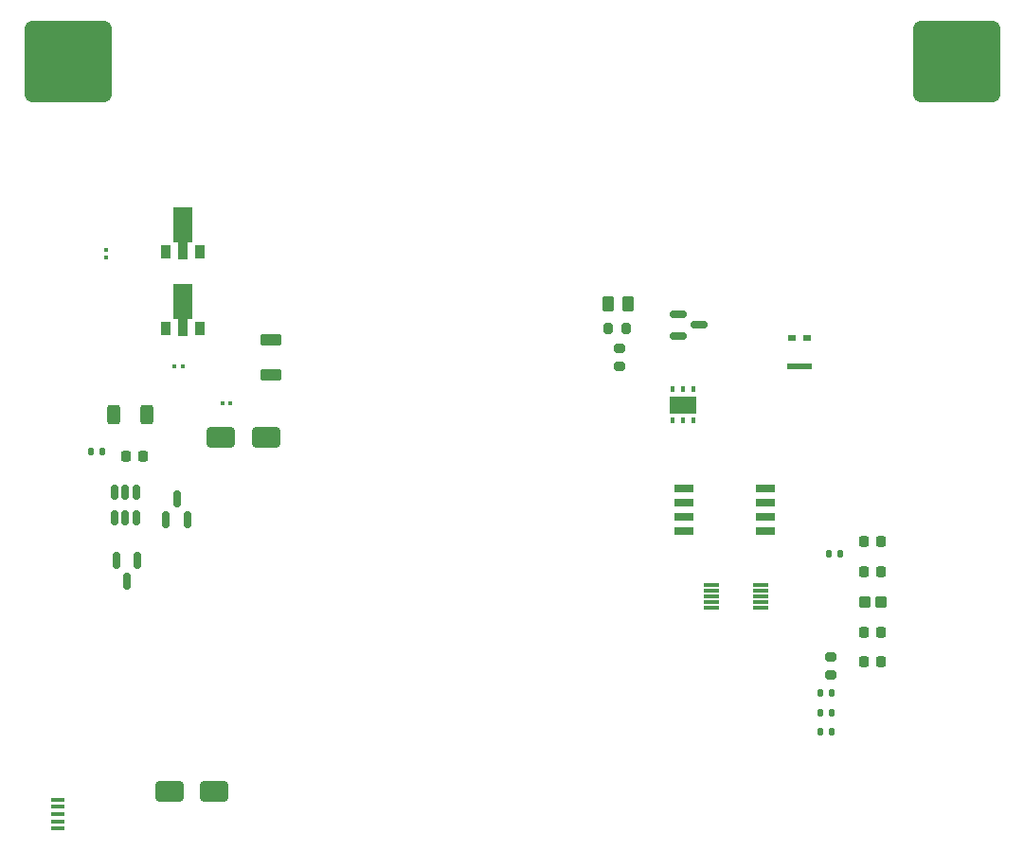
<source format=gbr>
%TF.GenerationSoftware,KiCad,Pcbnew,(7.0.0)*%
%TF.CreationDate,2023-04-14T19:10:38+02:00*%
%TF.ProjectId,Project.kicad_sch,50726f6a-6563-4742-9e6b-696361645f73,rev?*%
%TF.SameCoordinates,Original*%
%TF.FileFunction,Paste,Top*%
%TF.FilePolarity,Positive*%
%FSLAX46Y46*%
G04 Gerber Fmt 4.6, Leading zero omitted, Abs format (unit mm)*
G04 Created by KiCad (PCBNEW (7.0.0)) date 2023-04-14 19:10:38*
%MOMM*%
%LPD*%
G01*
G04 APERTURE LIST*
G04 Aperture macros list*
%AMRoundRect*
0 Rectangle with rounded corners*
0 $1 Rounding radius*
0 $2 $3 $4 $5 $6 $7 $8 $9 X,Y pos of 4 corners*
0 Add a 4 corners polygon primitive as box body*
4,1,4,$2,$3,$4,$5,$6,$7,$8,$9,$2,$3,0*
0 Add four circle primitives for the rounded corners*
1,1,$1+$1,$2,$3*
1,1,$1+$1,$4,$5*
1,1,$1+$1,$6,$7*
1,1,$1+$1,$8,$9*
0 Add four rect primitives between the rounded corners*
20,1,$1+$1,$2,$3,$4,$5,0*
20,1,$1+$1,$4,$5,$6,$7,0*
20,1,$1+$1,$6,$7,$8,$9,0*
20,1,$1+$1,$8,$9,$2,$3,0*%
%AMFreePoly0*
4,1,9,3.862500,-0.866500,0.737500,-0.866500,0.737500,-0.450000,-0.737500,-0.450000,-0.737500,0.450000,0.737500,0.450000,0.737500,0.866500,3.862500,0.866500,3.862500,-0.866500,3.862500,-0.866500,$1*%
G04 Aperture macros list end*
%ADD10RoundRect,0.079500X0.079500X0.100500X-0.079500X0.100500X-0.079500X-0.100500X0.079500X-0.100500X0*%
%ADD11RoundRect,0.150000X-0.587500X-0.150000X0.587500X-0.150000X0.587500X0.150000X-0.587500X0.150000X0*%
%ADD12RoundRect,0.150000X0.150000X-0.512500X0.150000X0.512500X-0.150000X0.512500X-0.150000X-0.512500X0*%
%ADD13RoundRect,0.079500X-0.100500X0.079500X-0.100500X-0.079500X0.100500X-0.079500X0.100500X0.079500X0*%
%ADD14RoundRect,0.135000X0.135000X0.185000X-0.135000X0.185000X-0.135000X-0.185000X0.135000X-0.185000X0*%
%ADD15RoundRect,0.225000X-0.225000X-0.250000X0.225000X-0.250000X0.225000X0.250000X-0.225000X0.250000X0*%
%ADD16RoundRect,0.250000X0.312500X0.625000X-0.312500X0.625000X-0.312500X-0.625000X0.312500X-0.625000X0*%
%ADD17RoundRect,0.200000X-0.200000X-0.275000X0.200000X-0.275000X0.200000X0.275000X-0.200000X0.275000X0*%
%ADD18R,1.250000X0.400000*%
%ADD19RoundRect,0.135000X-0.135000X-0.185000X0.135000X-0.185000X0.135000X0.185000X-0.135000X0.185000X0*%
%ADD20RoundRect,0.250000X1.000000X0.650000X-1.000000X0.650000X-1.000000X-0.650000X1.000000X-0.650000X0*%
%ADD21RoundRect,0.735000X-3.150000X-2.940000X3.150000X-2.940000X3.150000X2.940000X-3.150000X2.940000X0*%
%ADD22R,0.900000X1.300000*%
%ADD23FreePoly0,90.000000*%
%ADD24RoundRect,0.150000X-0.150000X0.587500X-0.150000X-0.587500X0.150000X-0.587500X0.150000X0.587500X0*%
%ADD25RoundRect,0.150000X0.150000X-0.587500X0.150000X0.587500X-0.150000X0.587500X-0.150000X-0.587500X0*%
%ADD26R,1.700000X0.650000*%
%ADD27RoundRect,0.200000X0.275000X-0.200000X0.275000X0.200000X-0.275000X0.200000X-0.275000X-0.200000X0*%
%ADD28RoundRect,0.250000X-0.287500X-0.275000X0.287500X-0.275000X0.287500X0.275000X-0.287500X0.275000X0*%
%ADD29R,0.675000X0.575000*%
%ADD30R,0.710000X0.575000*%
%ADD31R,2.225000X0.550000*%
%ADD32R,0.400000X0.600000*%
%ADD33R,2.400000X1.500000*%
%ADD34RoundRect,0.250000X-0.700000X0.275000X-0.700000X-0.275000X0.700000X-0.275000X0.700000X0.275000X0*%
%ADD35RoundRect,0.250000X-0.262500X-0.450000X0.262500X-0.450000X0.262500X0.450000X-0.262500X0.450000X0*%
%ADD36R,1.400000X0.300000*%
G04 APERTURE END LIST*
D10*
%TO.C,C3*%
X115545000Y-90200000D03*
X114855000Y-90200000D03*
%TD*%
D11*
%TO.C,Q2*%
X159875000Y-85550000D03*
X159875000Y-87450000D03*
X161750000Y-86500000D03*
%TD*%
D12*
%TO.C,U2*%
X109500000Y-103737500D03*
X110450000Y-103737500D03*
X111400000Y-103737500D03*
X111400000Y-101462500D03*
X110450000Y-101462500D03*
X109500000Y-101462500D03*
%TD*%
D13*
%TO.C,C4*%
X108712000Y-79800000D03*
X108712000Y-80490000D03*
%TD*%
D14*
%TO.C,R7*%
X173620000Y-122900000D03*
X172600000Y-122900000D03*
%TD*%
D15*
%TO.C,C5*%
X176467500Y-105872000D03*
X178017500Y-105872000D03*
%TD*%
D16*
%TO.C,R1*%
X112345500Y-94500000D03*
X109420500Y-94500000D03*
%TD*%
D17*
%TO.C,R4*%
X153575000Y-86800000D03*
X155225000Y-86800000D03*
%TD*%
D18*
%TO.C,J1*%
X104384999Y-128924999D03*
X104384999Y-129574999D03*
X104384999Y-130224999D03*
X104384999Y-130874999D03*
X104384999Y-131524999D03*
%TD*%
D15*
%TO.C,C9*%
X176467500Y-116632000D03*
X178017500Y-116632000D03*
%TD*%
%TO.C,C6*%
X176467500Y-108562000D03*
X178017500Y-108562000D03*
%TD*%
D14*
%TO.C,R9*%
X173620000Y-119400000D03*
X172600000Y-119400000D03*
%TD*%
D19*
%TO.C,R2*%
X107400000Y-97800000D03*
X108420000Y-97800000D03*
%TD*%
D15*
%TO.C,C1*%
X110502500Y-98216000D03*
X112052500Y-98216000D03*
%TD*%
D20*
%TO.C,D2*%
X123000000Y-96500000D03*
X119000000Y-96500000D03*
%TD*%
D21*
%TO.C,BT1*%
X184759000Y-62934000D03*
X105309000Y-62934000D03*
%TD*%
D22*
%TO.C,U3*%
X114069999Y-86785999D03*
D23*
X115570000Y-86698500D03*
D22*
X117069999Y-86785999D03*
%TD*%
D20*
%TO.C,D1*%
X118400000Y-128200000D03*
X114400000Y-128200000D03*
%TD*%
D24*
%TO.C,Q3*%
X111556000Y-107548000D03*
X109656000Y-107548000D03*
X110606000Y-109423000D03*
%TD*%
D25*
%TO.C,Q1*%
X114088000Y-103901000D03*
X115988000Y-103901000D03*
X115038000Y-102026000D03*
%TD*%
D26*
%TO.C,U6*%
X160349999Y-101094999D03*
X160349999Y-102364999D03*
X160349999Y-103634999D03*
X160349999Y-104904999D03*
X167649999Y-104904999D03*
X167649999Y-103634999D03*
X167649999Y-102364999D03*
X167649999Y-101094999D03*
%TD*%
D22*
%TO.C,U4*%
X114069999Y-79949999D03*
D23*
X115570000Y-79862500D03*
D22*
X117069999Y-79949999D03*
%TD*%
D27*
%TO.C,RL1*%
X154600000Y-90225000D03*
X154600000Y-88575000D03*
%TD*%
D28*
%TO.C,C7*%
X176530000Y-111252000D03*
X177955000Y-111252000D03*
%TD*%
D29*
%TO.C,Y1*%
X170062499Y-87687499D03*
D30*
X171369999Y-87687499D03*
D31*
X170724999Y-90149999D03*
%TD*%
D14*
%TO.C,R6*%
X174312000Y-106934000D03*
X173292000Y-106934000D03*
%TD*%
%TO.C,R8*%
X173620000Y-121150000D03*
X172600000Y-121150000D03*
%TD*%
D32*
%TO.C,U1*%
X161249999Y-92249999D03*
X160299999Y-92249999D03*
X159349999Y-92249999D03*
X159349999Y-95049999D03*
X160299999Y-95049999D03*
X161249999Y-95049999D03*
D33*
X160299999Y-93649999D03*
%TD*%
D34*
%TO.C,L1*%
X123444000Y-87833000D03*
X123444000Y-90983000D03*
%TD*%
D15*
%TO.C,C8*%
X176467500Y-113942000D03*
X178017500Y-113942000D03*
%TD*%
D35*
%TO.C,R3*%
X153575000Y-84600000D03*
X155400000Y-84600000D03*
%TD*%
D10*
%TO.C,C2*%
X119800000Y-93500000D03*
X119110000Y-93500000D03*
%TD*%
D36*
%TO.C,U5*%
X162799999Y-109749999D03*
X162799999Y-110249999D03*
X162799999Y-110749999D03*
X162799999Y-111249999D03*
X162799999Y-111749999D03*
X167199999Y-111749999D03*
X167199999Y-111249999D03*
X167199999Y-110749999D03*
X167199999Y-110249999D03*
X167199999Y-109749999D03*
%TD*%
D27*
%TO.C,R5*%
X173482000Y-117825000D03*
X173482000Y-116175000D03*
%TD*%
M02*

</source>
